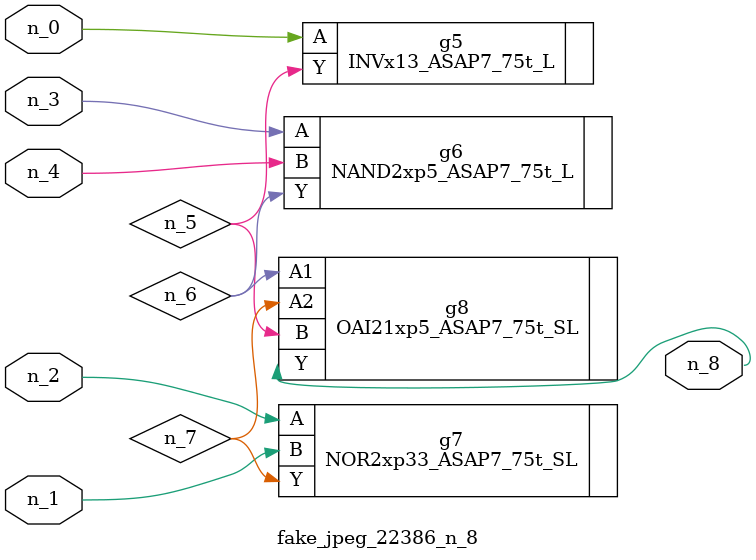
<source format=v>
module fake_jpeg_22386_n_8 (n_3, n_2, n_1, n_0, n_4, n_8);

input n_3;
input n_2;
input n_1;
input n_0;
input n_4;

output n_8;

wire n_6;
wire n_5;
wire n_7;

INVx13_ASAP7_75t_L g5 ( 
.A(n_0),
.Y(n_5)
);

NAND2xp5_ASAP7_75t_L g6 ( 
.A(n_3),
.B(n_4),
.Y(n_6)
);

NOR2xp33_ASAP7_75t_SL g7 ( 
.A(n_2),
.B(n_1),
.Y(n_7)
);

OAI21xp5_ASAP7_75t_SL g8 ( 
.A1(n_6),
.A2(n_7),
.B(n_5),
.Y(n_8)
);


endmodule
</source>
